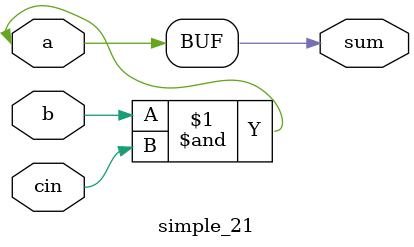
<source format=v>
module simple_21(
    input a,
    input b,
    input cin,
    output sum
    );
    and (a,b,cin);
    assign sum = a;
endmodule
</source>
